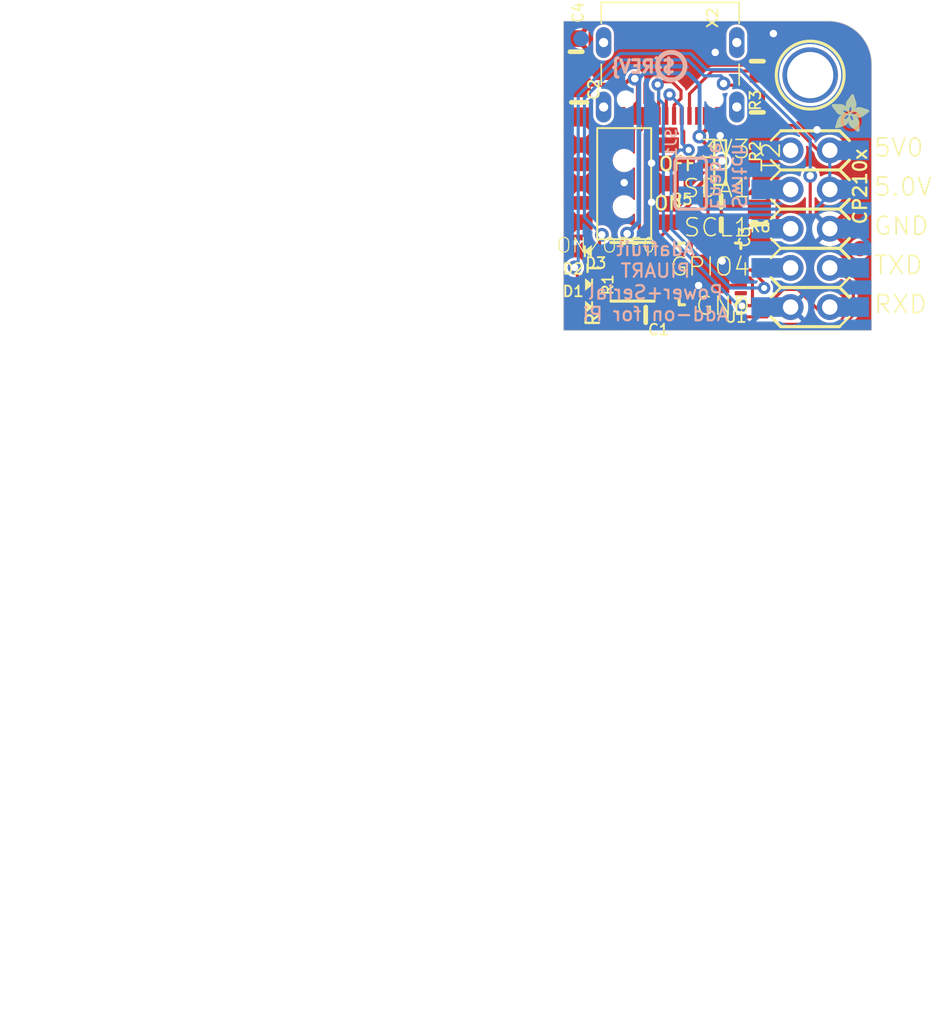
<source format=kicad_pcb>
(kicad_pcb (version 20221018) (generator pcbnew)
  (layers (0 "F.Cu" signal) (31 "B.Cu" signal) (34 "B.Paste" user) (35 "F.Paste" user) (36 "B.SilkS" user "B.Silkscreen") (37 "F.SilkS" user "F.Silkscreen") (38 "B.Mask" user) (39 "F.Mask" user) (44 "Edge.Cuts" user))
  (net 0 "")
  (net 1 "N$2")
  (net 2 "N$3")
  (net 3 "GND")
  (net 4 "N$4")
  (net 5 "VBUS")
  (net 6 "3.3V")
  (net 7 "N$6")
  (net 8 "N$7")
  (net 9 "RXD")
  (net 10 "TXD")
  (net 11 "VIN")
  (net 12 "N$13")
  (net 13 "NC1")
  (net 14 "NC2")
  (net 15 "NC4")
  (net 16 "NC3")
  (net 17 "5V")
  (net 18 "N$5")
  (net 19 "N$8")
  (net 20 "N$1")
  (net 21 "VBUS_DETECT")
  (net 22 "N$9")
  (net 23 "N$10")
  (footprint "working:EG1390" (layer "F.Cu") (at 142.4432 105.5116 90)
    (fp_text reference "ON/OFF0" (at -4 2.1) (layer "F.SilkS") (effects (font (size 0.941222 0.941222) (thickness 0.074778)) (justify right)))
    (fp_text value "EG1390")
    (pad "" np_thru_hole circle (at -1.5 0 90) (size 1 1) (drill 1) (layers "*.Cu" "*.Mask"))
    (pad "" np_thru_hole circle (at 1.5 0 90) (size 1 1) (drill 1) (layers "*.Cu" "*.Mask"))
    (pad "O1" smd rect (at -2.5 -2.8 90) (size 1 1.5) (layers "F.Cu" "F.Paste" "F.Mask") (net 3 "GND"))
    (pad "O2" smd rect (at -2.5 2.8 90) (size 1 1.5) (layers "F.Cu" "F.Paste" "F.Mask") (net 12 "N$13"))
    (pad "P1" smd rect (at 0 -2.8 90) (size 1 1.5) (layers "F.Cu" "F.Paste" "F.Mask") (net 3 "GND"))
    (pad "P2" smd rect (at 0 2.8 90) (size 1 1.5) (layers "F.Cu" "F.Paste" "F.Mask") (net 3 "GND"))
    (pad "S1" smd rect (at 2.5 -2.8 90) (size 1 1.5) (layers "F.Cu" "F.Paste" "F.Mask") (net 3 "GND"))
    (pad "S2" smd rect (at 2.5 2.8 90) (size 1 1.5) (layers "F.Cu" "F.Paste" "F.Mask"))
  )
  (footprint "working:RASPBERRYPI_2X5_THMSMT" (layer "F.Cu") (at 154.5082 108.4326)
    (fp_text reference "U$9" hide)
    (fp_text value "RASPBERRYPI_2X5" hide)
    (fp_text user "RXD" (at 4.064 5.588) (layer "F.SilkS") (effects (font (size 1.1684 1.1684) (thickness 0.1016)) (justify left bottom)))
    (fp_text user "GND" (at -3.81 4.318) (layer "F.SilkS") (effects (font (size 1.1684 1.1684) (thickness 0.1016)) (justify right top)))
    (fp_text user "GPIO4" (at -3.81 1.778) (layer "F.SilkS") (effects (font (size 1.1684 1.1684) (thickness 0.1016)) (justify right top)))
    (fp_text user "5V0" (at 4.064 -4.572) (layer "F.SilkS") (effects (font (size 1.1684 1.1684) (thickness 0.1016)) (justify left bottom)))
    (fp_text user "TXD" (at 4.064 3.048) (layer "F.SilkS") (effects (font (size 1.1684 1.1684) (thickness 0.1016)) (justify left bottom)))
    (fp_text user "3V3" (at -3.81 -5.842) (layer "F.SilkS") (effects (font (size 1.1684 1.1684) (thickness 0.1016)) (justify right top)))
    (fp_text user "5.0V" (at 4.064 -2.032) (layer "F.SilkS") (effects (font (size 1.1684 1.1684) (thickness 0.1016)) (justify left bottom)))
    (fp_text user "SCL1" (at -3.81 -0.762) (layer "F.SilkS") (effects (font (size 1.1684 1.1684) (thickness 0.1016)) (justify right top)))
    (fp_text user "SDA1" (at -3.81 -3.302) (layer "F.SilkS") (effects (font (size 1.1684 1.1684) (thickness 0.1016)) (justify right top)))
    (fp_text user "GND" (at 4.064 0.508) (layer "F.SilkS") (effects (font (size 1.1684 1.1684) (thickness 0.1016)) (justify left bottom)))
    (pad "1" thru_hole circle (at -1.27 -5.08 270) (size 1.6764 1.6764) (drill 1) (layers "*.Cu" "*.Mask") (net 13 "NC1"))
    (pad "1'" smd rect (at -2.794 -5.08 90) (size 1.27 2.032) (layers "B.Cu" "B.Paste" "B.Mask") (net 13 "NC1"))
    (pad "2" thru_hole circle (at 1.27 -5.08 270) (size 1.6764 1.6764) (drill 1) (layers "*.Cu" "*.Mask") (net 17 "5V"))
    (pad "2'" smd rect (at 2.794 -5.08 90) (size 1.27 2.032) (layers "B.Cu" "B.Paste" "B.Mask") (net 17 "5V"))
    (pad "3" thru_hole circle (at -1.27 -2.54 270) (size 1.6764 1.6764) (drill 1) (layers "*.Cu" "*.Mask") (net 14 "NC2"))
    (pad "3'" smd rect (at -2.794 -2.54 90) (size 1.27 2.032) (layers "B.Cu" "B.Paste" "B.Mask") (net 14 "NC2"))
    (pad "4" thru_hole circle (at 1.27 -2.54 270) (size 1.6764 1.6764) (drill 1) (layers "*.Cu" "*.Mask") (net 17 "5V"))
    (pad "4'" smd rect (at 2.794 -2.54 90) (size 1.27 2.032) (layers "B.Cu" "B.Paste" "B.Mask") (net 17 "5V"))
    (pad "5" thru_hole circle (at -1.27 0 270) (size 1.6764 1.6764) (drill 1) (layers "*.Cu" "*.Mask") (net 16 "NC3"))
    (pad "5'" smd rect (at -2.794 0 90) (size 1.27 2.032) (layers "B.Cu" "B.Paste" "B.Mask") (net 16 "NC3"))
    (pad "6" thru_hole circle (at 1.27 0 270) (size 1.6764 1.6764) (drill 1) (layers "*.Cu" "*.Mask") (net 3 "GND"))
    (pad "6'" smd rect (at 2.794 0 90) (size 1.27 2.032) (layers "B.Cu" "B.Paste" "B.Mask") (net 3 "GND"))
    (pad "7" thru_hole circle (at -1.27 2.54 270) (size 1.6764 1.6764) (drill 1) (layers "*.Cu" "*.Mask") (net 15 "NC4"))
    (pad "7'" smd rect (at -2.794 2.54 90) (size 1.27 2.032) (layers "B.Cu" "B.Paste" "B.Mask") (net 15 "NC4"))
    (pad "8" thru_hole circle (at 1.27 2.54 270) (size 1.6764 1.6764) (drill 1) (layers "*.Cu" "*.Mask") (net 10 "TXD"))
    (pad "8'" smd rect (at 2.794 2.54 90) (size 1.27 2.032) (layers "B.Cu" "B.Paste" "B.Mask") (net 10 "TXD"))
    (pad "9" thru_hole circle (at -1.27 5.08 270) (size 1.6764 1.6764) (drill 1) (layers "*.Cu" "*.Mask") (net 3 "GND"))
    (pad "9'" smd rect (at -2.794 5.08 90) (size 1.27 2.032) (layers "B.Cu" "B.Paste" "B.Mask") (net 3 "GND"))
    (pad "10" thru_hole circle (at 1.27 5.08 270) (size 1.6764 1.6764) (drill 1) (layers "*.Cu" "*.Mask") (net 9 "RXD"))
    (pad "10'" smd rect (at 2.794 5.08 90) (size 1.27 2.032) (layers "B.Cu" "B.Paste" "B.Mask") (net 9 "RXD"))
    (zone (net 0) (net_name "") (layer "F.Cu") (connect_pads (clearance 0)) (min_thickness 0.25)
      (keepout (tracks not_allowed) (vias not_allowed) (pads not_allowed) (copperpour not_allowed) (footprints allowed))
      (fill (thermal_gap 0.5) (thermal_bridge_width 0.5))
      (polygon (pts (xy 157.6064 98.4706) (xy 157.586193 98.117227) (xy 157.525837 97.76846) (xy 157.426118 97.428847) (xy 157.288335 97.102815) (xy 157.114286 96.794613) (xy 156.906239 96.508261) (xy 156.666906 96.247491) (xy 156.399408 96.015703) (xy 156.107232 95.815918) (xy 155.794187 95.650741) (xy 155.464353 95.522325) (xy 155.12203 95.432344) (xy 154.771683 95.381972) (xy 154.417876 95.371864) (xy 154.065224 95.402154) (xy 153.718323 95.472445) (xy 153.381696 95.581822) (xy 153.059731 95.728858) (xy 152.756626 95.911637) (xy 152.476332 96.127776) (xy 152.222502 96.374458) (xy 151.998447 96.648466) (xy 151.807087 96.946228) (xy 151.650917 97.263863) (xy 151.531972 97.597229) (xy 151.451803 97.941981) (xy 151.411456 98.293625) (xy 151.411456 98.647575) (xy 151.451803 98.999219) (xy 151.531972 99.343971) (xy 151.650917 99.677337) (xy 151.807087 99.994972) (xy 151.998447 100.292734) (xy 152.222502 100.566742) (xy 152.476332 100.813424) (xy 152.756626 101.029563) (xy 153.059731 101.212342) (xy 153.381696 101.359378) (xy 153.718323 101.468755) (xy 154.065224 101.539046) (xy 154.417876 101.569336) (xy 154.771683 101.559228) (xy 155.12203 101.508856) (xy 155.464353 101.418875) (xy 155.794187 101.290459) (xy 156.107232 101.125282) (xy 156.399408 100.925497) (xy 156.666906 100.693709) (xy 156.906239 100.432939) (xy 157.114286 100.146587) (xy 157.288335 99.838385) (xy 157.426118 99.512353) (xy 157.525837 99.17274) (xy 157.586193 98.823973)))
    )
  )
  (footprint "working:0603-NO" (layer "F.Cu") (at 148.7297 106.6546 180)
    (fp_text reference "R5" (at 1.778 0.127) (layer "F.SilkS") (effects (font (size 0.692831 0.692831) (thickness 0.119969)) (justify right)))
    (fp_text value "47K")
    (pad "1" smd rect (at -0.85 0 180) (size 1.075 1) (layers "F.Cu" "F.Paste" "F.Mask") (net 3 "GND"))
    (pad "2" smd rect (at 0.85 0 180) (size 1.075 1) (layers "F.Cu" "F.Paste" "F.Mask") (net 21 "VBUS_DETECT"))
  )
  (footprint "working:0603-NO" (layer "F.Cu") (at 148.7297 108.1786)
    (fp_text reference "R6" (at 1.778 0.127) (layer "F.SilkS") (effects (font (size 0.692831 0.692831) (thickness 0.119969)) (justify left)))
    (fp_text value "20K")
    (pad "1" smd rect (at -0.85 0) (size 1.075 1) (layers "F.Cu" "F.Paste" "F.Mask") (net 21 "VBUS_DETECT"))
    (pad "2" smd rect (at 0.85 0) (size 1.075 1) (layers "F.Cu" "F.Paste" "F.Mask") (net 5 "VBUS"))
  )
  (footprint "working:USB_C_CUSB31-CFM2AX-01-X" (layer "F.Cu") (at 145.4277 97.5741 180)
    (fp_text reference "X2" (at -2.75 3.56 90) (layer "F.SilkS") (effects (font (size 0.692831 0.692831) (thickness 0.119969)) (justify right)))
    (fp_text value "")
    (pad "" np_thru_hole circle (at -2.89 -2.47 180) (size 0.65 0.65) (drill 0.65) (layers "*.Cu" "*.Mask"))
    (pad "" np_thru_hole circle (at 2.89 -2.47 180) (size 0.65 0.65) (drill 0.65) (layers "*.Cu" "*.Mask"))
    (pad "A1B12" smd rect (at -3.2 -3.545 180) (size 0.575 1.15) (layers "F.Cu" "F.Paste" "F.Mask") (net 3 "GND"))
    (pad "A4B9" smd rect (at -2.4 -3.545 180) (size 0.575 1.15) (layers "F.Cu" "F.Paste" "F.Mask") (net 5 "VBUS"))
    (pad "A5" smd rect (at -1.25 -3.545 180) (size 0.275 1.15) (layers "F.Cu" "F.Paste" "F.Mask") (net 23 "N$10"))
    (pad "A6" smd rect (at -0.25 -3.545 180) (size 0.275 1.15) (layers "F.Cu" "F.Paste" "F.Mask") (net 1 "N$2"))
    (pad "A7" smd rect (at 0.25 -3.545 180) (size 0.275 1.15) (layers "F.Cu" "F.Paste" "F.Mask") (net 2 "N$3"))
    (pad "A8" smd rect (at 1.25 -3.545 180) (size 0.275 1.15) (layers "F.Cu" "F.Paste" "F.Mask"))
    (pad "B1A12" smd rect (at 3.2 -3.545 180) (size 0.575 1.15) (layers "F.Cu" "F.Paste" "F.Mask") (net 3 "GND"))
    (pad "B4A9" smd rect (at 2.4 -3.545 180) (size 0.575 1.15) (layers "F.Cu" "F.Paste" "F.Mask") (net 5 "VBUS"))
    (pad "B5" smd rect (at 1.75 -3.545 180) (size 0.275 1.15) (layers "F.Cu" "F.Paste" "F.Mask") (net 22 "N$9"))
    (pad "B6" smd rect (at 0.75 -3.545 180) (size 0.275 1.15) (layers "F.Cu" "F.Paste" "F.Mask") (net 1 "N$2"))
    (pad "B7" smd rect (at -0.75 -3.545 180) (size 0.275 1.15) (layers "F.Cu" "F.Paste" "F.Mask") (net 2 "N$3"))
    (pad "B8" smd rect (at -1.75 -3.545 180) (size 0.275 1.15) (layers "F.Cu" "F.Paste" "F.Mask"))
    (pad "M1" thru_hole oval (at -4.32 -2.97 270) (size 2 1) (drill 0.6) (layers "*.Cu" "*.Mask"))
    (pad "M2" thru_hole oval (at 4.32 -2.97 270) (size 2 1) (drill 0.6) (layers "*.Cu" "*.Mask"))
    (pad "M3" thru_hole oval (at -4.32 1.21 270) (size 2 1) (drill 0.6) (layers "*.Cu" "*.Mask"))
    (pad "M4" thru_hole oval (at 4.32 1.21 270) (size 2 1) (drill 0.6) (layers "*.Cu" "*.Mask"))
  )
  (footprint "working:MOUNTINGHOLE_3.0_PLATEDTHIN" (layer "F.Cu") (at 154.5082 98.4758)
    (fp_text reference "U$18" hide)
    (fp_text value "MOUNTINGHOLE3.0THIN" hide)
    (pad "P$1" thru_hole circle (at 0 0) (size 3.6 3.6) (drill 3) (layers "*.Cu" "*.Mask"))
    (zone (net 0) (net_name "") (layer "F.Cu") (connect_pads (clearance 0)) (min_thickness 0.25)
      (keepout (tracks not_allowed) (vias not_allowed) (pads not_allowed) (copperpour not_allowed) (footprints allowed))
      (fill (thermal_gap 0.5) (thermal_bridge_width 0.5))
      (polygon (pts (xy 156.5242 98.4758) (xy 156.50458 98.195227) (xy 156.446104 97.920115) (xy 156.349908 97.655819) (xy 156.217865 97.407483) (xy 156.052546 97.17994) (xy 155.857167 96.97762) (xy 155.635533 96.80446) (xy 155.391956 96.663831) (xy 155.131178 96.55847) (xy 154.858275 96.490428) (xy 154.578557 96.461028) (xy 154.297471 96.470844) (xy 154.020485 96.519684) (xy 153.752993 96.606597) (xy 153.5002 96.729893) (xy 153.267026 96.88717) (xy 153.058011 97.075369) (xy 152.877222 97.290825) (xy 152.728178 97.529345) (xy 152.61378 97.786287) (xy 152.536254 98.05665) (xy 152.497111 98.335171) (xy 152.497111 98.616429) (xy 152.536254 98.89495) (xy 152.61378 99.165313) (xy 152.728178 99.422255) (xy 152.877222 99.660775) (xy 153.058011 99.876231) (xy 153.267026 100.06443) (xy 153.5002 100.221707) (xy 153.752993 100.345003) (xy 154.020485 100.431916) (xy 154.297471 100.480756) (xy 154.578557 100.490572) (xy 154.858275 100.461172) (xy 155.131178 100.39313) (xy 155.391956 100.287769) (xy 155.635533 100.14714) (xy 155.857167 99.97398) (xy 156.052546 99.77166) (xy 156.217865 99.544117) (xy 156.349908 99.295781) (xy 156.446104 99.031485) (xy 156.50458 98.756373)))
      (polygon (pts (xy 154.4922 98.4758) (xy 154.496886 98.487114) (xy 154.5082 98.4918) (xy 154.519514 98.487114) (xy 154.5242 98.4758) (xy 154.519514 98.464486) (xy 154.5082 98.4598) (xy 154.496886 98.464486)))
    )
    (zone (net 0) (net_name "") (layer "B.Cu") (connect_pads (clearance 0)) (min_thickness 0.25)
      (keepout (tracks not_allowed) (vias not_allowed) (pads not_allowed) (copperpour not_allowed) (footprints allowed))
      (fill (thermal_gap 0.5) (thermal_bridge_width 0.5))
      (polygon (pts (xy 156.5242 98.4758) (xy 156.50458 98.195227) (xy 156.446104 97.920115) (xy 156.349908 97.655819) (xy 156.217865 97.407483) (xy 156.052546 97.17994) (xy 155.857167 96.97762) (xy 155.635533 96.80446) (xy 155.391956 96.663831) (xy 155.131178 96.55847) (xy 154.858275 96.490428) (xy 154.578557 96.461028) (xy 154.297471 96.470844) (xy 154.020485 96.519684) (xy 153.752993 96.606597) (xy 153.5002 96.729893) (xy 153.267026 96.88717) (xy 153.058011 97.075369) (xy 152.877222 97.290825) (xy 152.728178 97.529345) (xy 152.61378 97.786287) (xy 152.536254 98.05665) (xy 152.497111 98.335171) (xy 152.497111 98.616429) (xy 152.536254 98.89495) (xy 152.61378 99.165313) (xy 152.728178 99.422255) (xy 152.877222 99.660775) (xy 153.058011 99.876231) (xy 153.267026 100.06443) (xy 153.5002 100.221707) (xy 153.752993 100.345003) (xy 154.020485 100.431916) (xy 154.297471 100.480756) (xy 154.578557 100.490572) (xy 154.858275 100.461172) (xy 155.131178 100.39313) (xy 155.391956 100.287769) (xy 155.635533 100.14714) (xy 155.857167 99.97398) (xy 156.052546 99.77166) (xy 156.217865 99.544117) (xy 156.349908 99.295781) (xy 156.446104 99.031485) (xy 156.50458 98.756373)))
      (polygon (pts (xy 154.4922 98.4758) (xy 154.496886 98.487114) (xy 154.5082 98.4918) (xy 154.519514 98.487114) (xy 154.5242 98.4758) (xy 154.519514 98.464486) (xy 154.5082 98.4598) (xy 154.496886 98.464486)))
    )
  )
  (footprint "working:SOT-23" (layer "F.Cu") (at 148.6662 104.1146 -90)
    (fp_text reference "T2" (at -1.397 -3.302 90) (layer "F.SilkS") (effects (font (size 1.1557 1.1557) (thickness 0.1143)) (justify right)))
    (fp_text value "DMG3415U")
    (pad "1" smd rect (at 0.0254 1.016 270) (size 0.7874 0.889) (layers "F.Cu" "F.Paste" "F.Mask") (net 11 "VIN"))
    (pad "2" smd rect (at -0.9398 -1.016 270) (size 0.7874 0.889) (layers "F.Cu" "F.Paste" "F.Mask") (net 5 "VBUS"))
    (pad "3" smd rect (at 0.9906 -1.016 270) (size 0.7874 0.889) (layers "F.Cu" "F.Paste" "F.Mask") (net 12 "N$13"))
  )
  (footprint "working:FIDUCIAL_1MM" (layer "F.Cu") (at 142.8877 96.0501)
    (fp_text reference "FID2" hide)
    (fp_text value "FIDUCIAL_1MM" hide)
    (pad "1" smd roundrect (at 0 0) (size 1 1) (layers "F.Cu" "F.Mask") (roundrect_rratio 0.5))
  )
  (footprint "working:0805-NO" (layer "F.Cu") (at 143.8402 114.0206 180)
    (fp_text reference "C1" (at -1.5875 -0.9525) (layer "F.SilkS") (effects (font (size 0.692831 0.692831) (thickness 0.119969)) (justify right)))
    (fp_text value "10uF")
    (pad "1" smd rect (at -0.95 0 180) (size 1.24 1.5) (layers "F.Cu" "F.Paste" "F.Mask") (net 4 "N$4"))
    (pad "2" smd rect (at 0.95 0 180) (size 1.24 1.5) (layers "F.Cu" "F.Paste" "F.Mask") (net 3 "GND"))
  )
  (footprint "working:0603-NO" (layer "F.Cu") (at 139.3267 96.9581 90)
    (fp_text reference "C4" (at 1.778 0.127 90) (layer "F.SilkS") (effects (font (size 0.692831 0.692831) (thickness 0.119969)) (justify left)))
    (fp_text value "0.1uF")
    (pad "1" smd rect (at -0.85 0 90) (size 1.075 1) (layers "F.Cu" "F.Paste" "F.Mask") (net 5 "VBUS"))
    (pad "2" smd rect (at 0.85 0 90) (size 1.075 1) (layers "F.Cu" "F.Paste" "F.Mask") (net 3 "GND"))
  )
  (footprint "working:FIDUCIAL_1MM" (layer "F.Cu") (at 157.7297 109.7251)
    (fp_text reference "FID1" hide)
    (fp_text value "FIDUCIAL_1MM" hide)
    (pad "1" smd roundrect (at 0 0) (size 1 1) (layers "F.Cu" "F.Mask") (roundrect_rratio 0.5))
  )
  (footprint "working:CHIPLED_0603_NOOUTLINE" (layer "F.Cu") (at 140.1572 113.5126 -90)
    (fp_text reference "D1" (at -1.016 1.778) (layer "F.SilkS") (effects (font (size 0.692831 0.692831) (thickness 0.119969)) (justify left)))
    (fp_text value "RED")
    (pad "A" smd rect (at 0 0.75 270) (size 0.8 0.8) (layers "F.Cu" "F.Paste" "F.Mask") (net 6 "3.3V"))
    (pad "C" smd rect (at 0 -0.75 270) (size 0.8 0.8) (layers "F.Cu" "F.Paste" "F.Mask") (net 7 "N$6"))
  )
  (footprint "working:RESPACK_4X0603" (layer "F.Cu") (at 142.9807 111.2261 90)
    (fp_text reference "R1" (at -1.6 -1.6 90) (layer "F.SilkS") (effects (font (size 0.692831 0.692831) (thickness 0.119969)) (justify left)))
    (fp_text value "5.1K")
    (pad "1" smd rect (at -1.3 0.85 90) (size 0.45 0.9) (layers "F.Cu" "F.Paste" "F.Mask") (net 18 "N$5"))
    (pad "2" smd rect (at -0.4 0.85 90) (size 0.45 0.9) (layers "F.Cu" "F.Paste" "F.Mask") (net 8 "N$7"))
    (pad "3" smd rect (at 0.4 0.85 90) (size 0.45 0.9) (layers "F.Cu" "F.Paste" "F.Mask") (net 3 "GND"))
    (pad "4" smd rect (at 1.3 0.85 90) (size 0.45 0.9) (layers "F.Cu" "F.Paste" "F.Mask") (net 12 "N$13"))
    (pad "5" smd rect (at 1.3 -0.85 90) (size 0.45 0.9) (layers "F.Cu" "F.Paste" "F.Mask") (net 5 "VBUS"))
    (pad "6" smd rect (at 0.4 -0.85 90) (size 0.45 0.9) (layers "F.Cu" "F.Paste" "F.Mask") (net 22 "N$9"))
    (pad "7" smd rect (at -0.4 -0.85 90) (size 0.45 0.9) (layers "F.Cu" "F.Paste" "F.Mask") (net 19 "N$8"))
    (pad "8" smd rect (at -1.3 -0.85 90) (size 0.45 0.9) (layers "F.Cu" "F.Paste" "F.Mask") (net 7 "N$6"))
  )
  (footprint "working:CHIPLED_0603_NOOUTLINE" (layer "F.Cu") (at 140.0937 109.8931 90)
    (fp_text reference "D3" (at -0.762 1.27) (layer "F.SilkS") (effects (font (size 0.692831 0.692831) (thickness 0.119969)) (justify right)))
    (fp_text value "GREEN")
    (pad "A" smd rect (at 0 0.75 90) (size 0.8 0.8) (layers "F.Cu" "F.Paste" "F.Mask") (net 20 "N$1"))
    (pad "C" smd rect (at 0 -0.75 90) (size 0.8 0.8) (layers "F.Cu" "F.Paste" "F.Mask") (net 3 "GND"))
  )
  (footprint "working:CHIPLED_0603_NOOUTLINE" (layer "F.Cu") (at 140.1572 112.0521 -90)
    (fp_text reference "D2" (at -1.016 1.778) (layer "F.SilkS") (effects (font (size 0.692831 0.692831) (thickness 0.119969)) (justify left)))
    (fp_text value "YELLOW")
    (pad "A" smd rect (at 0 0.75 270) (size 0.8 0.8) (layers "F.Cu" "F.Paste" "F.Mask") (net 6 "3.3V"))
    (pad "C" smd rect (at 0 -0.75 270) (size 0.8 0.8) (layers "F.Cu" "F.Paste" "F.Mask") (net 19 "N$8"))
  )
  (footprint "working:0603-NO" (layer "F.Cu") (at 151.0792 100.8888 -90)
    (fp_text reference "R2" (at 1.778 0.127 90) (layer "F.SilkS") (effects (font (size 0.692831 0.692831) (thickness 0.119969)) (justify right)))
    (fp_text value "47K")
    (pad "1" smd rect (at -0.85 0 270) (size 1.075 1) (layers "F.Cu" "F.Paste" "F.Mask") (net 20 "N$1"))
    (pad "2" smd rect (at 0.85 0 270) (size 1.075 1) (layers "F.Cu" "F.Paste" "F.Mask") (net 17 "5V"))
  )
  (footprint "working:ADAFRUIT_2.5MM" (layer "F.Cu") (at 155.9052 102.1461)
    (fp_text reference "U$8" hide)
    (fp_text value "" hide)
  )
  (footprint "working:0603-NO" (layer "F.Cu") (at 151.0792 97.5741 -90)
    (fp_text reference "R3" (at 1.778 0.127 90) (layer "F.SilkS") (effects (font (size 0.692831 0.692831) (thickness 0.119969)) (justify right)))
    (fp_text value "5.1K")
    (pad "1" smd rect (at -0.85 0 270) (size 1.075 1) (layers "F.Cu" "F.Paste" "F.Mask") (net 3 "GND"))
    (pad "2" smd rect (at 0.85 0 270) (size 1.075 1) (layers "F.Cu" "F.Paste" "F.Mask") (net 23 "N$10"))
  )
  (footprint "working:QFN24_4MM_SMSC" (layer "F.Cu") (at 148.0067 111.3631 180)
    (fp_text reference "U1" (at -2.45 -2.8) (layer "F.SilkS") (effects (font (size 0.692831 0.692831) (thickness 0.119969)) (justify right)))
    (fp_text value "CP2104")
    (pad "1" smd roundrect (at -2 -1.25) (size 0.8 0.28) (layers "F.Cu" "F.Paste" "F.Mask"))
    (pad "2" smd roundrect (at -2 -0.75) (size 0.8 0.28) (layers "F.Cu" "F.Paste" "F.Mask") (net 3 "GND"))
    (pad "3" smd roundrect (at -2 -0.25) (size 0.8 0.28) (layers "F.Cu" "F.Paste" "F.Mask") (net 1 "N$2"))
    (pad "4" smd roundrect (at -2 0.25) (size 0.8 0.28) (layers "F.Cu" "F.Paste" "F.Mask") (net 2 "N$3"))
    (pad "5" smd roundrect (at -2 0.75) (size 0.8 0.28) (layers "F.Cu" "F.Paste" "F.Mask") (net 6 "3.3V"))
    (pad "6" smd roundrect (at -2 1.25) (size 0.8 0.28) (layers "F.Cu" "F.Paste" "F.Mask") (net 6 "3.3V"))
    (pad "7" smd roundrect (at -1.25 2 270) (size 0.8 0.28) (layers "F.Cu" "F.Paste" "F.Mask") (net 5 "VBUS"))
    (pad "8" smd roundrect (at -0.75 2 270) (size 0.8 0.28) (layers "F.Cu" "F.Paste" "F.Mask") (net 21 "VBUS_DETECT"))
    (pad "9" smd roundrect (at -0.25 2 270) (size 0.8 0.28) (layers "F.Cu" "F.Paste" "F.Mask"))
    (pad "10" smd roundrect (at 0.25 2 270) (size 0.8 0.28) (layers "F.Cu" "F.Paste" "F.Mask"))
    (pad "11" smd roundrect (at 0.75 2 270) (size 0.8 0.28) (layers "F.Cu" "F.Paste" "F.Mask"))
    (pad "12" smd roundrect (at 1.25 2 270) (size 0.8 0.28) (layers "F.Cu" "F.Paste" "F.Mask"))
    (pad "13" smd roundrect (at 2 1.25 180) (size 0.8 0.28) (layers "F.Cu" "F.Paste" "F.Mask") (net 8 "N$7"))
    (pad "14" smd roundrect (at 2 0.75 180) (size 0.8 0.28) (layers "F.Cu" "F.Paste" "F.Mask") (net 18 "N$5"))
    (pad "15" smd roundrect (at 2 0.25 180) (size 0.8 0.28) (layers "F.Cu" "F.Paste" "F.Mask"))
    (pad "16" smd roundrect (at 2 -0.25 180) (size 0.8 0.28) (layers "F.Cu" "F.Paste" "F.Mask") (net 4 "N$4"))
    (pad "17" smd roundrect (at 2 -0.75 180) (size 0.8 0.28) (layers "F.Cu" "F.Paste" "F.Mask"))
    (pad "18" smd roundrect (at 2 -1.25 180) (size 0.8 0.28) (layers "F.Cu" "F.Paste" "F.Mask"))
    (pad "19" smd roundrect (at 1.25 -2 90) (size 0.8 0.28) (layers "F.Cu" "F.Paste" "F.Mask"))
    (pad "20" smd roundrect (at 0.75 -2 90) (size 0.8 0.28) (layers "F.Cu" "F.Paste" "F.Mask") (net 10 "TXD"))
    (pad "21" smd roundrect (at 0.25 -2 90) (size 0.8 0.28) (layers "F.Cu" "F.Paste" "F.Mask") (net 9 "RXD"))
    (pad "22" smd roundrect (at -0.25 -2 90) (size 0.8 0.28) (layers "F.Cu" "F.Paste" "F.Mask"))
    (pad "23" smd roundrect (at -0.75 -2 90) (size 0.8 0.28) (layers "F.Cu" "F.Paste" "F.Mask"))
    (pad "24" smd roundrect (at -1.25 -2 90) (size 0.8 0.28) (layers "F.Cu" "F.Paste" "F.Mask"))
    (pad "THERM" smd rect (at 0 0 180) (size 2.5 2.5) (layers "F.Cu" "F.Mask") (net 3 "GND"))
  )
  (footprint "working:0805-NO" (layer "F.Cu") (at 139.5222 100.2411 -90)
    (fp_text reference "C2" (at -1.5875 -0.9525 90) (layer "F.SilkS") (effects (font (size 0.692831 0.692831) (thickness 0.119969)) (justify right)))
    (fp_text value "10uF")
    (pad "1" smd rect (at -0.95 0 270) (size 1.24 1.5) (layers "F.Cu" "F.Paste" "F.Mask") (net 5 "VBUS"))
    (pad "2" smd rect (at 0.95 0 270) (size 1.24 1.5) (layers "F.Cu" "F.Paste" "F.Mask") (net 3 "GND"))
  )
  (footprint "working:0805-NO" (layer "F.Cu") (at 151.2107 108.1341 90)
    (fp_text reference "C3" (at -1.5875 -0.9525 90) (layer "F.SilkS") (effects (font (size 0.692831 0.692831) (thickness 0.119969)) (justify left)))
    (fp_text value "10uF")
    (pad "1" smd rect (at -0.95 0 90) (size 1.24 1.5) (layers "F.Cu" "F.Paste" "F.Mask") (net 6 "3.3V"))
    (pad "2" smd rect (at 0.95 0 90) (size 1.24 1.5) (layers "F.Cu" "F.Paste" "F.Mask") (net 3 "GND"))
  )
  (footprint "working:FIDUCIAL_1MM" (layer "B.Cu") (at 139.6492 96.1136 180)
    (fp_text reference "FID4" hide)
    (fp_text value "FIDUCIAL_1MM" hide)
    (pad "1" smd roundrect (at 0 0 180) (size 1 1) (layers "B.Cu" "B.Mask") (roundrect_rratio 0.5))
  )
  (footprint "working:FIDUCIAL_1MM" (layer "B.Cu") (at 157.1752 101.4476 180)
    (fp_text reference "FID3" hide)
    (fp_text value "FIDUCIAL_1MM" hide)
    (pad "1" smd roundrect (at 0 0 180) (size 1 1) (layers "B.Cu" "B.Mask") (roundrect_rratio 0.5))
  )
  (footprint "working:PCBFEAT-REV-040" (layer "B.Cu") (at 145.4912 97.8916 180)
    (fp_text reference "U$17" hide)
    (fp_text value "" hide)
    (fp_text user "${REV}" (at -0.3556 -0.508) (layer "B.SilkS") (effects (font (size 0.8128 0.8128) (thickness 0.2032)) (justify left bottom mirror)))
  )
  (footprint "working:SOLDERJUMPER_CLOSEDWIRE" (layer "B.Cu") (at 146.7612 105.5116 -90)
    (fp_text reference "SJ1" (at -1.651 1.27 -270) (layer "B.SilkS") (effects (font (size 0.692831 0.692831) (thickness 0.119969)) (justify right mirror)))
    (fp_text value "")
    (pad "1" smd rect (at -0.762 0 270) (size 1.1684 1.6002) (layers "B.Cu") (net 11 "VIN"))
    (pad "2" smd rect (at 0.762 0 270) (size 1.1684 1.6002) (layers "B.Cu") (net 17 "5V"))
    (pad "WIRE" smd rect (at 0 0 90) (size 0.635 0.2032) (layers "B.Cu"))
  )
  (gr_arc (start 155.702 94.9706) (mid 157.677656 95.788944) (end 158.496 97.7646) (stroke (width 0.05)) (layer "Edge.Cuts"))
  (gr_line (start 138.5062 115.0366) (end 138.5062 94.9706) (stroke (width 0.05)) (layer "Edge.Cuts"))
  (gr_line (start 138.5062 94.9706) (end 155.702 94.9706) (stroke (width 0.05)) (layer "Edge.Cuts"))
  (gr_line (start 158.496 115.0366) (end 138.5062 115.0366) (stroke (width 0.05)) (layer "Edge.Cuts"))
  (gr_line (start 158.496 97.7646) (end 158.496 115.0366) (stroke (width 0.05)) (layer "Edge.Cuts"))
  (gr_text "Adafruit\nPiUART\nPower+Serial\nAdd-on for Pi" (at 144.4752 111.8616) (layer "B.SilkS") (effects (font (size 0.87376 0.87376) (thickness 0.14224)) (justify mirror)))
  (gr_text "Switch\nEnable" (at 149.1742 105.0036 -90) (layer "B.SilkS") (effects (font (size 0.87376 0.87376) (thickness 0.14224)) (justify mirror)))
  (gr_text "OFF" (at 147.2057 103.7336) (layer "F.SilkS") (effects (font (size 0.87376 0.87376) (thickness 0.14224)) (justify right top)))
  (gr_text "T" (at 141.0462 111.4171 90) (layer "F.SilkS") (effects (font (size 0.8636 0.8636) (thickness 0.1524)) (justify left bottom)))
  (gr_text "ON" (at 146.3167 106.2736) (layer "F.SilkS") (effects (font (size 0.87376 0.87376) (thickness 0.14224)) (justify right top)))
  (gr_text "R" (at 140.9192 114.8461 90) (layer "F.SilkS") (effects (font (size 0.8636 0.8636) (thickness 0.1524)) (justify left bottom)))
  (gr_text "CP210x" (at 157.7467 105.7021 90) (layer "F.SilkS") (effects (font (size 0.8636 0.8636) (thickness 0.1524))))
  (segment (start 150.7617 111.7966) (end 150.7617 113.41735) (width 0.2032) (layer "F.Cu") (net 1))
  (segment (start 150.7617 111.7966) (end 150.5782 111.6131) (width 0.2032) (layer "F.Cu") (net 1))
  (segment (start 146.1262 99.9871) (end 145.6777 100.4356) (width 0.2032) (layer "F.Cu") (net 1))
  (segment (start 150.0067 111.6131) (end 150.5782 111.6131) (width 0.2032) (layer "F.Cu") (net 1))
  (segment (start 145.5547 98.9076) (end 146.1262 99.4791) (width 0.2032) (layer "F.Cu") (net 1))
  (segment (start 150.0632 113.41735) (end 150.7617 113.41735) (width 0.2032) (layer "F.Cu") (net 1))
  (segment (start 144.6777 99.1496) (end 144.9197 98.9076) (width 0.2032) (layer "F.Cu") (net 1))
  (segment (start 146.1262 99.4791) (end 146.1262 99.9871) (width 0.2032) (layer "F.Cu") (net 1))
  (segment (start 144.612853 99.084754) (end 144.6777 99.1496) (width 0.2032) (layer "F.Cu") (net 1))
  (segment (start 144.9197 98.9076) (end 145.5547 98.9076) (width 0.2032) (layer "F.Cu") (net 1))
  (segment (start 145.6777 100.4356) (end 145.6777 101.1191) (width 0.2032) (layer "F.Cu") (net 1))
  (segment (start 144.6777 101.1191) (end 144.6777 99.1496) (width 0.2032) (layer "F.Cu") (net 1))
  (via (at 150.0632 113.41735) (size 0.8001) (drill 0.3937) (layers "F.Cu" "B.Cu") (net 1))
  (via (at 144.612853 99.084754) (size 0.8001) (drill 0.3937) (layers "F.Cu" "B.Cu") (net 1))
  (segment (start 149.84095 113.41735) (end 144.9832 108.5596) (width 0.2032) (layer "B.Cu") (net 1))
  (segment (start 144.6777 99.1496) (end 144.612853 99.084754) (width 0.2032) (layer "B.Cu") (net 1))
  (segment (start 144.6777 100.0259) (end 144.6777 99.1496) (width 0.2032) (layer "B.Cu") (net 1))
  (segment (start 144.9832 108.5596) (end 144.9832 100.3314) (width 0.2032) (layer "B.Cu") (net 1))
  (segment (start 150.0632 113.41735) (end 149.84095 113.41735) (width 0.2032) (layer "B.Cu") (net 1))
  (segment (start 144.9832 100.3314) (end 144.6777 100.0259) (width 0.2032) (layer "B.Cu") (net 1))
  (segment (start 151.68245 112.1156) (end 150.67995 111.1131) (width 0.2032) (layer "F.Cu") (net 2))
  (segment (start 146.3047 102.1351) (end 146.1777 102.0081) (width 0.2032) (layer "F.Cu") (net 2))
  (segment (start 146.3047 103.010225) (end 146.6222 103.327725) (width 0.2032) (layer "F.Cu") (net 2))
  (segment (start 146.1777 101.1191) (end 146.1777 102.0081) (width 0.2032) (layer "F.Cu") (net 2))
  (segment (start 145.1777 99.938788) (end 145.38255 99.733938) (width 0.2032) (layer "F.Cu") (net 2))
  (segment (start 146.3047 102.1351) (end 146.3047 103.010225) (width 0.2032) (layer "F.Cu") (net 2))
  (segment (start 151.5237 112.27435) (end 151.68245 112.1156) (width 0.2032) (layer "F.Cu") (net 2))
  (segment (start 150.0067 111.1131) (end 150.67995 111.1131) (width 0.2032) (layer "F.Cu") (net 2))
  (segment (start 145.1777 101.1191) (end 145.1777 99.938788) (width 0.2032) (layer "F.Cu") (net 2))
  (via (at 146.6222 103.327725) (size 0.8001) (drill 0.3937) (layers "F.Cu" "B.Cu") (net 2))
  (via (at 145.38255 99.733938) (size 0.8001) (drill 0.3937) (layers "F.Cu" "B.Cu") (net 2))
  (via (at 151.5237 112.27435) (size 0.8001) (drill 0.3937) (layers "F.Cu" "B.Cu") (net 2))
  (segment (start 146.1897 102.895225) (end 146.6222 103.327725) (width 0.2032) (layer "B.Cu") (net 2))
  (segment (start 145.4912 108.4326) (end 145.4912 103.887225) (width 0.2032) (layer "B.Cu") (net 2))
  (segment (start 149.33295 112.27435) (end 145.4912 108.4326) (width 0.2032) (layer "B.Cu") (net 2))
  (segment (start 151.5237 112.27435) (end 149.33295 112.27435) (width 0.2032) (layer "B.Cu") (net 2))
  (segment (start 146.1897 100.541088) (end 146.1897 102.895225) (width 0.2032) (layer "B.Cu") (net 2))
  (segment (start 145.38255 99.733938) (end 146.1897 100.541088) (width 0.2032) (layer "B.Cu") (net 2))
  (segment (start 146.6222 103.327725) (end 146.0507 103.327725) (width 0.2032) (layer "B.Cu") (net 2))
  (segment (start 146.0507 103.327725) (end 145.4912 103.887225) (width 0.2032) (layer "B.Cu") (net 2))
  (segment (start 148.7932 110.5281) (end 148.4512 110.5281) (width 0.2032) (layer "F.Cu") (net 3))
  (segment (start 150.6812 106.6546) (end 151.2107 107.1841) (width 0.2032) (layer "F.Cu") (net 3))
  (segment (start 148.4512 110.5281) (end 148.4512 110.9186) (width 0.2032) (layer "F.Cu") (net 3))
  (segment (start 148.7567 112.1131) (end 149.0107 112.1131) (width 0.254) (layer "F.Cu") (net 3))
  (segment (start 148.0067 111.3631) (end 148.7567 112.1131) (width 0.254) (layer "F.Cu") (net 3))
  (segment (start 149.430118 97.6308) (end 150.2605 97.6308) (width 0.1778) (layer "F.Cu") (net 3))
  (segment (start 148.0067 111.3631) (end 148.4512 110.9186) (width 0.2032) (layer "F.Cu") (net 3))
  (segment (start 142.8902 114.0206) (end 142.8902 113.8276) (width 0.254) (layer "F.Cu") (net 3))
  (segment (start 151.0792 96.8121) (end 151.0792 96.7241) (width 0.2032) (layer "F.Cu") (net 3))
  (segment (start 148.801918 97.0026) (end 149.430118 97.6308) (width 0.1778) (layer "F.Cu") (net 3))
  (segment (start 148.3487 97.0026) (end 148.801918 97.0026) (width 0.1778) (layer "F.Cu") (net 3))
  (segment (start 150.2605 97.6308) (end 151.0792 96.8121) (width 0.1778) (layer "F.Cu") (net 3))
  (segment (start 149.5797 106.6546) (end 150.6812 106.6546) (width 0.2032) (layer "F.Cu") (net 3))
  (segment (start 149.0107 112.1131) (end 150.0067 112.1131) (width 0.2032) (layer "F.Cu") (net 3))
  (via (at 154.9527 102.0191) (size 0.889) (drill 0.4826) (layers "F.Cu" "B.Cu") (net 3))
  (via (at 152.1206 95.7834) (size 0.889) (drill 0.4826) (layers "F.Cu" "B.Cu") (net 3))
  (via (at 147.2692 112.1156) (size 0.889) (drill 0.4826) (layers "F.Cu" "B.Cu") (net 3))
  (via (at 148.6662 102.4001) (size 0.889) (drill 0.4826) (layers "F.Cu" "B.Cu") (net 3))
  (via (at 144.2212 106.7181) (size 0.889) (drill 0.4826) (layers "F.Cu" "B.Cu") (net 3))
  (via (at 142.4432 105.4481) (size 0.889) (drill 0.4826) (layers "F.Cu" "B.Cu") (net 3))
  (via (at 148.7932 110.5281) (size 0.889) (drill 0.4826) (layers "F.Cu" "B.Cu") (net 3))
  (via (at 144.2212 104.1781) (size 0.889) (drill 0.4826) (layers "F.Cu" "B.Cu") (net 3))
  (via (at 148.3487 97.0026) (size 0.889) (drill 0.4826) (layers "F.Cu" "B.Cu") (net 3))
  (segment (start 157.3022 108.4326) (end 155.7782 108.4326) (width 0.2032) (layer "B.Cu") (net 3))
  (segment (start 145.531 111.6131) (end 145.15 111.9941) (width 0.2032) (layer "F.Cu") (net 4))
  (segment (start 145.15 113.49585) (end 144.7902 113.85565) (width 0.2032) (layer "F.Cu") (net 4))
  (segment (start 146.0067 111.6131) (end 145.531 111.6131) (width 0.2032) (layer "F.Cu") (net 4))
  (segment (start 144.7902 114.0206) (end 144.7902 113.85565) (width 0.2032) (layer "F.Cu") (net 4))
  (segment (start 145.15 111.9941) (end 145.15 113.49585) (width 0.2032) (layer "F.Cu") (net 4))
  (segment (start 149.2597 108.4931) (end 149.2597 109.3601) (width 0.254) (layer "F.Cu") (net 5))
  (segment (start 150.3172 105.8291) (end 150.4823 105.664) (width 0.2032) (layer "F.Cu") (net 5))
  (segment (start 147.9674 103.1748) (end 149.6822 103.1748) (width 0.254) (layer "F.Cu") (net 5))
  (segment (start 150.4823 104.5591) (end 149.6822 103.759) (width 0.2032) (layer "F.Cu") (net 5))
  (segment (start 142.4357 99.1006) (end 139.7127 99.1006) (width 0.254) (layer "F.Cu") (net 5))
  (segment (start 149.2652 108.4931) (end 149.2597 108.4931) (width 0.254) (layer "F.Cu") (net 5))
  (segment (start 142.1307 109.9261) (end 142.3162 109.7406) (width 0.2032) (layer "F.Cu") (net 5))
  (segment (start 149.5797 108.1786) (end 149.2652 108.4931) (width 0.254) (layer "F.Cu") (net 5))
  (segment (start 149.5797 108.1786) (end 149.5162 108.1786) (width 0.2032) (layer "F.Cu") (net 5))
  (segment (start 147.3197 102.4636) (end 147.41495 102.55885) (width 0.254) (layer "F.Cu") (net 5))
  (segment (start 139.5222 99.2911) (end 139.7127 99.1006) (width 0.254) (layer "F.Cu") (net 5))
  (segment (start 139.3267 97.8081) (end 139.3267 99.0956) (width 0.2032) (layer "F.Cu") (net 5))
  (segment (start 143.358 98.9334) (end 143.358 100.222238) (width 0.3048) (layer "F.Cu") (net 5))
  (segment (start 148.93665 105.8291) (end 150.3172 105.8291) (width 0.2032) (layer "F.Cu") (net 5))
  (segment (start 147.41495 102.62235) (end 147.9674 103.1748) (width 0.254) (layer "F.Cu") (net 5))
  (segment (start 143.1801 100.400138) (end 143.1801 100.9667) (width 0.254) (layer "F.Cu") (net 5))
  (segment (start 142.831168 98.705132) (end 142.4357 99.1006) (width 0.254) (layer "F.Cu") (net 5))
  (segment (start 143.358 100.222238) (end 143.1801 100.400138) (width 0.3048) (layer "F.Cu") (net 5))
  (segment (start 142.3162 109.0676) (end 142.3162 109.7406) (width 0.2032) (layer "F.Cu") (net 5))
  (segment (start 149.5162 108.1786) (end 148.7374 107.3998) (width 0.2032) (layer "F.Cu") (net 5))
  (segment (start 147.8277 101.1191) (end 147.8277 101.9446) (width 0.254) (layer "F.Cu") (net 5))
  (segment (start 142.831168 98.705132) (end 143.129731 98.705132) (width 0.254) (layer "F.Cu") (net 5))
  (segment (start 149.6822 103.1748) (end 149.6822 103.759) (width 0.2032) (layer "F.Cu") (net 5))
  (segment (start 150.4823 105.664) (end 150.4823 104.5591) (width 0.2032) (layer "F.Cu") (net 5))
  (segment (start 149.2597 109.3601) (end 149.2567 109.3631) (width 0.254) (layer "F.Cu") (net 5))
  (segment (start 143.0277 101.1191) (end 143.1801 100.9667) (width 0.254) (layer "F.Cu") (net 5))
  (segment (start 142.6337 108.7501) (end 142.3162 109.0676) (width 0.2032) (layer "F.Cu") (net 5))
  (segment (start 147.41495 102.55885) (end 147.41495 102.62235) (width 0.254) (layer "F.Cu") (net 5))
  (segment (start 143.129731 98.705132) (end 143.358 98.9334) (width 0.254) (layer "F.Cu") (net 5))
  (segment (start 139.3267 99.0956) (end 139.5222 99.2911) (width 0.2032) (layer "F.Cu") (net 5))
  (segment (start 147.3197 102.4526) (end 147.3197 102.4636) (width 0.254) (layer "F.Cu") (net 5))
  (segment (start 148.7374 107.3998) (end 148.7374 106.02835) (width 0.2032) (layer "F.Cu") (net 5))
  (segment (start 147.8277 101.9446) (end 147.3197 102.4526) (width 0.254) (layer "F.Cu") (net 5))
  (segment (start 148.7374 106.02835) (end 148.93665 105.8291) (width 0.2032) (layer "F.Cu") (net 5))
  (via (at 143.129731 98.705132) (size 0.889) (drill 0.4826) (layers "F.Cu" "B.Cu") (net 5))
  (via (at 147.3197 102.4636) (size 0.889) (drill 0.4826) (layers "F.Cu" "B.Cu") (net 5))
  (via (at 142.6337 108.7501) (size 0.889) (drill 0.4826) (layers "F.Cu" "B.Cu") (net 5))
  (segment (start 143.129731 98.705132) (end 143.3957 98.9711) (width 0.3048) (layer "B.Cu") (net 5))
  (segment (start 147.3327 102.4506) (end 147.3327 99.0981) (width 0.254) (layer "B.Cu") (net 5))
  (segment (start 143.734362 98.3545) (end 143.383731 98.705132) (width 0.254) (layer "B.Cu") (net 5))
  (segment (start 143.383731 98.705132) (end 143.129731 98.705132) (width 0.254) (layer "B.Cu") (net 5))
  (segment (start 147.3197 102.4636) (end 147.3327 102.4506) (width 0.254) (layer "B.Cu") (net 5))
  (segment (start 147.3327 99.0981) (end 146.5891 98.3545) (width 0.254) (layer "B.Cu") (net 5))
  (segment (start 143.3957 107.9881) (end 142.6337 108.7501) (width 0.3048) (layer "B.Cu") (net 5))
  (segment (start 143.3957 98.9711) (end 143.3957 107.9881) (width 0.3048) (layer "B.Cu") (net 5))
  (segment (start 146.5891 98.3545) (end 143.734362 98.3545) (width 0.254) (layer "B.Cu") (net 5))
  (segment (start 139.413512 111.3218) (end 139.4072 111.328113) (width 0.2032) (layer "F.Cu") (net 6))
  (segment (start 151.2107 109.0841) (end 151.4542 109.3276) (width 0.2032) (layer "F.Cu") (net 6))
  (segment (start 150.5122 109.7826) (end 150.2887 109.7826) (width 0.2032) (layer "F.Cu") (net 6))
  (segment (start 154.5082 105.0036) (end 154.5082 109.3216) (width 0.2032) (layer "F.Cu") (net 6))
  (segment (start 154.5082 109.3216) (end 154.1272 109.7026) (width 0.2032) (layer "F.Cu") (net 6))
  (segment (start 139.223012 111.3218) (end 139.223012 110.9408) (width 0.2032) (layer "F.Cu") (net 6))
  (segment (start 139.4072 112.0521) (end 139.4072 111.328113) (width 0.2032) (layer "F.Cu") (net 6))
  (segment (start 154.1272 109.7026) (end 151.4542 109.7026) (width 0.2032) (layer "F.Cu") (net 6))
  (segment (start 150.0067 110.1131) (end 150.0067 110.0646) (width 0.2032) (layer "F.Cu") (net 6))
  (segment (start 150.0067 110.6131) (end 150.0067 110.1131) (width 0.2032) (layer "F.Cu") (net 6))
  (segment (start 139.4072 112.0521) (end 139.4072 113.5126) (width 0.2032) (layer "F.Cu") (net 6))
  (segment (start 150.2887 109.7826) (end 150.0067 110.0646) (width 0.2032) (layer "F.Cu") (net 6))
  (segment (start 151.4542 109.3276) (end 151.4542 109.7026) (width 0.2032) (layer "F.Cu") (net 6))
  (segment (start 151.2107 109.0841) (end 150.5122 109.7826) (width 0.2032) (layer "F.Cu") (net 6))
  (segment (start 139.413512 111.3218) (end 139.223012 111.3218) (width 0.2032) (layer "F.Cu") (net 6))
  (via (at 154.5082 105.0036) (size 0.889) (drill 0.4826) (layers "F.Cu" "B.Cu") (net 6))
  (via (at 139.223012 110.9408) (size 0.889) (drill 0.4826) (layers "F.Cu" "B.Cu") (net 6))
  (segment (start 139.286512 110.9408) (end 139.223012 110.9408) (width 0.2032) (layer "B.Cu") (net 6))
  (segment (start 146.749162 97.0784) (end 147.786062 98.1153) (width 0.2032) (layer "B.Cu") (net 6))
  (segment (start 139.4587 110.768613) (end 139.4587 99.7966) (width 0.2032) (layer "B.Cu") (net 6))
  (segment (start 149.9694 98.1153) (end 154.5082 102.6541) (width 0.2032) (layer "B.Cu") (net 6))
  (segment (start 147.786062 98.1153) (end 149.9694 98.1153) (width 0.2032) (layer "B.Cu") (net 6))
  (segment (start 139.4587 99.7966) (end 142.1769 97.0784) (width 0.2032) (layer "B.Cu") (net 6))
  (segment (start 154.5082 102.6541) (end 154.5082 105.0036) (width 0.2032) (layer "B.Cu") (net 6))
  (segment (start 139.4587 110.768613) (end 139.286512 110.9408) (width 0.2032) (layer "B.Cu") (net 6))
  (segment (start 142.1769 97.0784) (end 146.749162 97.0784) (width 0.2032) (layer "B.Cu") (net 6))
  (segment (start 140.9827 113.5126) (end 140.9072 113.5126) (width 0.2032) (layer "F.Cu") (net 7))
  (segment (start 141.9692 112.5261) (end 140.9827 113.5126) (width 0.2032) (layer "F.Cu") (net 7))
  (segment (start 142.1307 112.5261) (end 141.9692 112.5261) (width 0.2032) (layer "F.Cu") (net 7))
  (segment (start 145.9772 110.0836) (end 145.404412 110.0836) (width 0.2032) (layer "F.Cu") (net 8))
  (segment (start 144.4498 111.4991) (end 143.9577 111.4991) (width 0.2032) (layer "F.Cu") (net 8))
  (segment (start 144.7038 111.2451) (end 144.4498 111.4991) (width 0.2032) (layer "F.Cu") (net 8))
  (segment (start 144.7038 110.784213) (end 145.404412 110.0836) (width 0.2032) (layer "F.Cu") (net 8))
  (segment (start 144.7038 111.2451) (end 144.7038 110.784213) (width 0.2032) (layer "F.Cu") (net 8))
  (segment (start 146.0067 110.1131) (end 145.9772 110.0836) (width 0.2032) (layer "F.Cu") (net 8))
  (segment (start 143.8307 111.6261) (end 143.9577 111.4991) (width 0.2032) (layer "F.Cu") (net 8))
  (segment (start 147.7567 114.1476) (end 151.6952 114.1476) (width 0.2032) (layer "F.Cu") (net 9))
  (segment (start 155.6542 113.6366) (end 155.7782 113.5126) (width 0.2032) (layer "F.Cu") (net 9))
  (segment (start 153.71165 112.3696) (end 154.97865 113.6366) (width 0.2032) (layer "F.Cu") (net 9))
  (segment (start 152.0952 113.7476) (end 152.0952 113.03915) (width 0.2032) (layer "F.Cu") (net 9))
  (segment (start 152.0952 113.03915) (end 152.76475 112.3696) (width 0.2032) (layer "F.Cu") (net 9))
  (segment (start 147.7567 113.3631) (end 147.7567 114.1476) (width 0.2032) (layer "F.Cu") (net 9))
  (segment (start 151.6952 114.1476) (end 152.0952 113.7476) (width 0.2032) (layer "F.Cu") (net 9))
  (segment (start 152.76475 112.3696) (end 153.71165 112.3696) (width 0.2032) (layer "F.Cu") (net 9))
  (segment (start 154.97865 113.6366) (end 155.6542 113.6366) (width 0.2032) (layer "F.Cu") (net 9))
  (segment (start 157.3022 113.5126) (end 155.7782 113.5126) (width 0.2032) (layer "B.Cu") (net 9))
  (segment (start 147.2567 113.3631) (end 147.2567 114.6302) (width 0.2032) (layer "F.Cu") (net 10))
  (segment (start 156.2422 110.9726) (end 155.7782 110.9726) (width 0.2032) (layer "F.Cu") (net 10))
  (segment (start 156.7126 114.6302) (end 157.3062 114.0366) (width 0.2032) (layer "F.Cu") (net 10))
  (segment (start 147.2567 114.6302) (end 156.7126 114.6302) (width 0.2032) (layer "F.Cu") (net 10))
  (segment (start 157.3062 114.0366) (end 157.3062 112.0366) (width 0.2032) (layer "F.Cu") (net 10))
  (segment (start 157.3062 112.0366) (end 156.2422 110.9726) (width 0.2032) (layer "F.Cu") (net 10))
  (segment (start 157.3022 110.9726) (end 155.7782 110.9726) (width 0.2032) (layer "B.Cu") (net 10))
  (segment (start 148.7043 104.14) (end 147.6502 104.14) (width 0.3048) (layer "F.Cu") (net 11))
  (segment (start 148.7932 104.0511) (end 148.7043 104.14) (width 0.3048) (layer "F.Cu") (net 11))
  (via (at 148.7932 104.0511) (size 0.889) (drill 0.4826) (layers "F.Cu" "B.Cu") (net 11))
  (segment (start 148.7932 104.0511) (end 147.4597 104.0511) (width 0.3048) (layer "B.Cu") (net 11))
  (segment (start 146.7612 104.7496) (end 147.4597 104.0511) (width 0.3048) (layer "B.Cu") (net 11))
  (segment (start 145.2432 108.0691) (end 145.4972 107.8151) (width 0.2032) (layer "F.Cu") (net 12))
  (segment (start 146.9584 106.5904) (end 145.4972 108.0516) (width 0.254) (layer "F.Cu") (net 12))
  (segment (start 145.2432 108.0691) (end 145.2432 108.0116) (width 0.2032) (layer "F.Cu") (net 12))
  (segment (start 147.8474 105.1052) (end 146.9584 105.9942) (width 0.254) (layer "F.Cu") (net 12))
  (segment (start 145.2432 108.5136) (end 145.2432 108.0691) (width 0.2032) (layer "F.Cu") (net 12))
  (segment (start 143.8307 109.9261) (end 145.2432 108.5136) (width 0.2032) (layer "F.Cu") (net 12))
  (segment (start 149.6822 105.1052) (end 147.8474 105.1052) (width 0.254) (layer "F.Cu") (net 12))
  (segment (start 146.9584 105.9942) (end 146.9584 106.5904) (width 0.254) (layer "F.Cu") (net 12))
  (segment (start 145.4972 108.0516) (end 145.4972 107.8151) (width 0.2032) (layer "F.Cu") (net 12))
  (segment (start 153.2382 103.3526) (end 151.7142 103.3526) (width 0.2032) (layer "B.Cu") (net 13))
  (segment (start 153.2382 105.8926) (end 151.7142 105.8926) (width 0.2032) (layer "B.Cu") (net 14))
  (segment (start 153.2382 110.9726) (end 151.7142 110.9726) (width 0.2032) (layer "B.Cu") (net 15))
  (segment (start 151.7142 108.4326) (end 153.2382 108.4326) (width 0.2032) (layer "B.Cu") (net 16))
  (segment (start 155.7782 103.3526) (end 155.0162 103.3526) (width 0.2032) (layer "F.Cu") (net 17))
  (segment (start 155.0162 103.3526) (end 153.4024 101.7388) (width 0.2032) (layer "F.Cu") (net 17))
  (segment (start 153.4024 101.7388) (end 151.0792 101.7388) (width 0.2032) (layer "F.Cu") (net 17))
  (segment (start 146.7612 106.2736) (end 147.6502 107.1626) (width 0.2032) (layer "B.Cu") (net 17))
  (segment (start 155.7782 106.2101) (end 155.7782 105.8926) (width 0.2032) (layer "B.Cu") (net 17))
  (segment (start 157.3022 105.8926) (end 155.7782 105.8926) (width 0.2032) (layer "B.Cu") (net 17))
  (segment (start 154.8257 107.1626) (end 155.7782 106.2101) (width 0.2032) (layer "B.Cu") (net 17))
  (segment (start 154.8257 107.1626) (end 147.6502 107.1626) (width 0.2032) (layer "B.Cu") (net 17))
  (segment (start 155.7782 105.8926) (end 155.7782 103.3526) (width 0.2032) (layer "B.Cu") (net 17))
  (segment (start 157.3022 103.3526) (end 155.7782 103.3526) (width 0.2032) (layer "B.Cu") (net 17))
  (segment (start 145.493912 110.6131) (end 145.1246 110.982413) (width 0.2032) (layer "F.Cu") (net 18))
  (segment (start 145.493912 110.6131) (end 146.0067 110.6131) (width 0.2032) (layer "F.Cu") (net 18))
  (segment (start 145.1246 111.444763) (end 144.043262 112.5261) (width 0.2032) (layer "F.Cu") (net 18))
  (segment (start 145.1246 110.982413) (end 145.1246 111.444763) (width 0.2032) (layer "F.Cu") (net 18))
  (segment (start 144.043262 112.5261) (end 143.8307 112.5261) (width 0.2032) (layer "F.Cu") (net 18))
  (segment (start 142.1307 111.6261) (end 141.4087 111.6261) (width 0.2032) (layer "F.Cu") (net 19))
  (segment (start 141.4087 111.6261) (end 140.9827 112.0521) (width 0.2032) (layer "F.Cu") (net 19))
  (segment (start 140.9827 112.0521) (end 140.9072 112.0521) (width 0.2032) (layer "F.Cu") (net 19))
  (segment (start 140.8437 109.8931) (end 140.8437 108.977088) (width 0.2032) (layer "F.Cu") (net 20))
  (segment (start 148.889437 99.0219) (end 148.998837 99.1313) (width 0.2032) (layer "F.Cu") (net 20))
  (segment (start 140.8437 108.977088) (end 140.994943 108.825844) (width 0.2032) (layer "F.Cu") (net 20))
  (segment (start 150.1717 99.1313) (end 148.998837 99.1313) (width 0.2032) (layer "F.Cu") (net 20))
  (segment (start 150.1717 99.1313) (end 151.0792 100.0388) (width 0.2032) (layer "F.Cu") (net 20))
  (via (at 140.994943 108.825844) (size 0.889) (drill 0.4826) (layers "F.Cu" "B.Cu") (net 20))
  (via (at 148.889437 99.0219) (size 0.889) (drill 0.4826) (layers "F.Cu" "B.Cu") (net 20))
  (segment (start 146.580825 97.4848) (end 147.617725 98.5217) (width 0.2032) (layer "B.Cu") (net 20))
  (segment (start 147.617725 98.5217) (end 148.7297 98.5217) (width 0.2032) (layer "B.Cu") (net 20))
  (segment (start 139.8651 107.696) (end 139.8651 99.964938) (width 0.2032) (layer "B.Cu") (net 20))
  (segment (start 139.8651 99.964938) (end 142.345237 97.4848) (width 0.2032) (layer "B.Cu") (net 20))
  (segment (start 148.889437 98.681438) (end 148.889437 99.0219) (width 0.2032) (layer "B.Cu") (net 20))
  (segment (start 140.994943 108.825844) (end 139.8651 107.696) (width 0.2032) (layer "B.Cu") (net 20))
  (segment (start 148.7297 98.5217) (end 148.889437 98.681438) (width 0.2032) (layer "B.Cu") (net 20))
  (segment (start 142.345237 97.4848) (end 146.580825 97.4848) (width 0.2032) (layer "B.Cu") (net 20))
  (segment (start 148.7567 108.8651) (end 148.0702 108.1786) (width 0.2032) (layer "F.Cu") (net 21))
  (segment (start 148.0702 108.1786) (end 147.8797 108.1786) (width 0.2032) (layer "F.Cu") (net 21))
  (segment (start 147.8797 106.6546) (end 147.8797 108.1786) (width 0.2032) (layer "F.Cu") (net 21))
  (segment (start 148.7567 108.8651) (end 148.7567 109.3631) (width 0.2032) (layer "F.Cu") (net 21))
  (segment (start 143.6777 101.1191) (end 143.6777 101.8811) (width 0.2032) (layer "F.Cu") (net 22))
  (segment (start 143.4237 102.1351) (end 143.4237 109.1666) (width 0.2032) (layer "F.Cu") (net 22))
  (segment (start 142.8877 109.7026) (end 142.8877 110.27515) (width 0.2032) (layer "F.Cu") (net 22))
  (segment (start 142.33675 110.8261) (end 142.1307 110.8261) (width 0.2032) (layer "F.Cu") (net 22))
  (segment (start 142.8877 110.27515) (end 142.33675 110.8261) (width 0.2032) (layer "F.Cu") (net 22))
  (segment (start 143.4237 109.1666) (end 142.8877 109.7026) (width 0.2032) (layer "F.Cu") (net 22))
  (segment (start 143.6777 101.8811) (end 143.4237 102.1351) (width 0.2032) (layer "F.Cu") (net 22))
  (segment (start 146.6777 99.6896) (end 148.1582 98.2091) (width 0.2032) (layer "F.Cu") (net 23))
  (segment (start 150.8642 98.2091) (end 148.1582 98.2091) (width 0.2032) (layer "F.Cu") (net 23))
  (segment (start 151.0792 98.4241) (end 150.8642 98.2091) (width 0.2032) (layer "F.Cu") (net 23))
  (segment (start 146.6777 101.1191) (end 146.6777 99.6896) (width 0.2032) (layer "F.Cu") (net 23))
  (zone (net 3) (net_name "GND") (layer "F.Cu") (priority 6) (connect_pads (clearance 0.000001)) (min_thickness 0.127) (fill yes (thermal_gap 0.304) (thermal_bridge_width 0.304))
    (polygon (pts (xy 158.5722 115.1636) (xy 138.3792 115.1636) (xy 138.3792 94.9071) (xy 158.5722 94.9071)))
  )
  (zone (net 3) (net_name "GND") (layer "B.Cu") (priority 6) (connect_pads (clearance 0.000001)) (min_thickness 0.127) (fill yes (thermal_gap 0.304) (thermal_bridge_width 0.304))
    (polygon (pts (xy 158.5722 115.1636) (xy 138.3792 115.1636) (xy 138.3792 94.9071) (xy 158.5722 94.9071)))
  )
)
</source>
